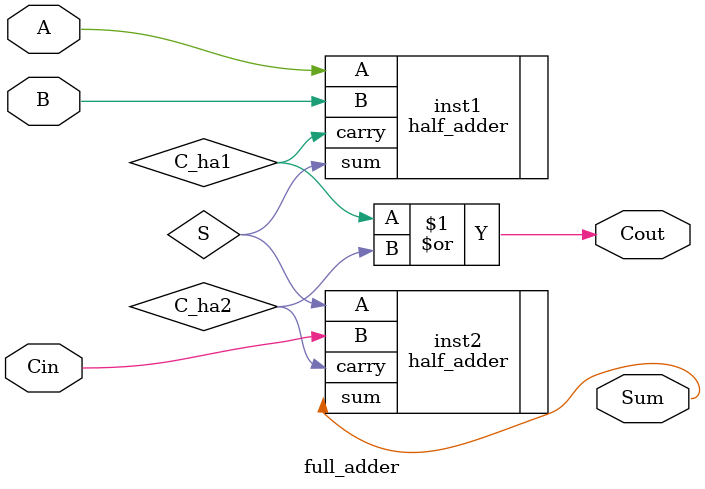
<source format=v>
`timescale 1ns / 1ps

module full_adder(
    input A,
    input B, 
    input Cin, 
    output Sum,
    output Cout
    );
    
wire S;
    
half_adder inst1(.A(A), .B(B), .sum(S), .carry(C_ha1));
half_adder inst2(.A(S), .B(Cin), .sum(Sum), .carry(C_ha2));
assign Cout = C_ha1 | C_ha2;

endmodule

</source>
